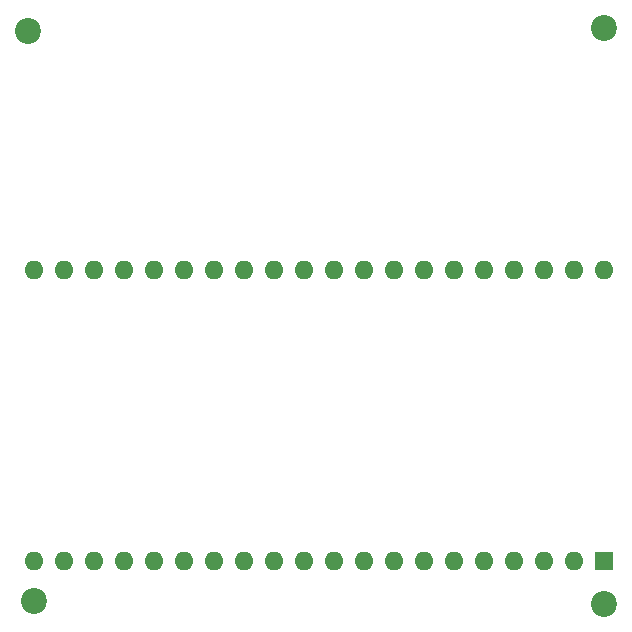
<source format=gbr>
%TF.GenerationSoftware,KiCad,Pcbnew,7.0.8*%
%TF.CreationDate,2023-11-11T12:56:24-08:00*%
%TF.ProjectId,LED Project,4c454420-5072-46f6-9a65-63742e6b6963,rev?*%
%TF.SameCoordinates,Original*%
%TF.FileFunction,Soldermask,Bot*%
%TF.FilePolarity,Negative*%
%FSLAX46Y46*%
G04 Gerber Fmt 4.6, Leading zero omitted, Abs format (unit mm)*
G04 Created by KiCad (PCBNEW 7.0.8) date 2023-11-11 12:56:24*
%MOMM*%
%LPD*%
G01*
G04 APERTURE LIST*
%ADD10R,1.600000X1.600000*%
%ADD11O,1.600000X1.600000*%
%ADD12C,2.200000*%
G04 APERTURE END LIST*
D10*
%TO.C,U6*%
X201944500Y-132524500D03*
D11*
X199404500Y-132524500D03*
X196864500Y-132524500D03*
X194324500Y-132524500D03*
X191784500Y-132524500D03*
X189244500Y-132524500D03*
X186704500Y-132524500D03*
X184164500Y-132524500D03*
X181624500Y-132524500D03*
X179084500Y-132524500D03*
X176544500Y-132524500D03*
X174004500Y-132524500D03*
X171464500Y-132524500D03*
X168924500Y-132524500D03*
X166384500Y-132524500D03*
X163844500Y-132524500D03*
X161304500Y-132524500D03*
X158764500Y-132524500D03*
X156224500Y-132524500D03*
X153684500Y-132524500D03*
X153684500Y-107886500D03*
X156224500Y-107886500D03*
X158764500Y-107886500D03*
X161304500Y-107886500D03*
X163844500Y-107886500D03*
X166384500Y-107886500D03*
X168924500Y-107886500D03*
X171464500Y-107886500D03*
X174004500Y-107886500D03*
X176544500Y-107886500D03*
X179084500Y-107886500D03*
X181624500Y-107886500D03*
X184164500Y-107886500D03*
X186704500Y-107886500D03*
X189244500Y-107886500D03*
X191784500Y-107886500D03*
X194324500Y-107886500D03*
X196864500Y-107886500D03*
X199404500Y-107886500D03*
X201944500Y-107886500D03*
%TD*%
D12*
%TO.C,H3*%
X153670000Y-135890000D03*
%TD*%
%TO.C,H1*%
X153162000Y-87630000D03*
%TD*%
%TO.C,H2*%
X201930000Y-87376000D03*
%TD*%
%TO.C,H4*%
X201930000Y-136144000D03*
%TD*%
M02*

</source>
